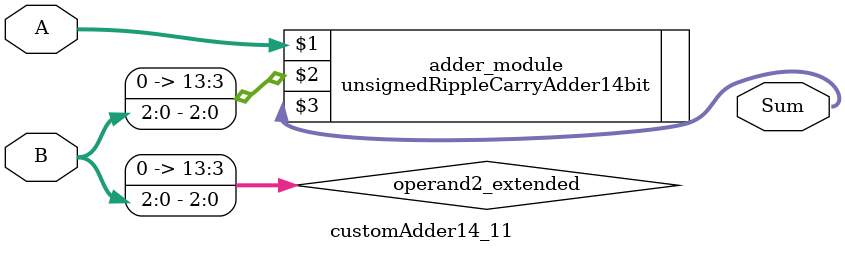
<source format=v>

module customAdder14_11(
                    input [13 : 0] A,
                    input [2 : 0] B,
                    
                    output [14 : 0] Sum
            );

    wire [13 : 0] operand2_extended;
    
    assign operand2_extended =  {11'b0, B};
    
    unsignedRippleCarryAdder14bit adder_module(
        A,
        operand2_extended,
        Sum
    );
    
endmodule
        
</source>
